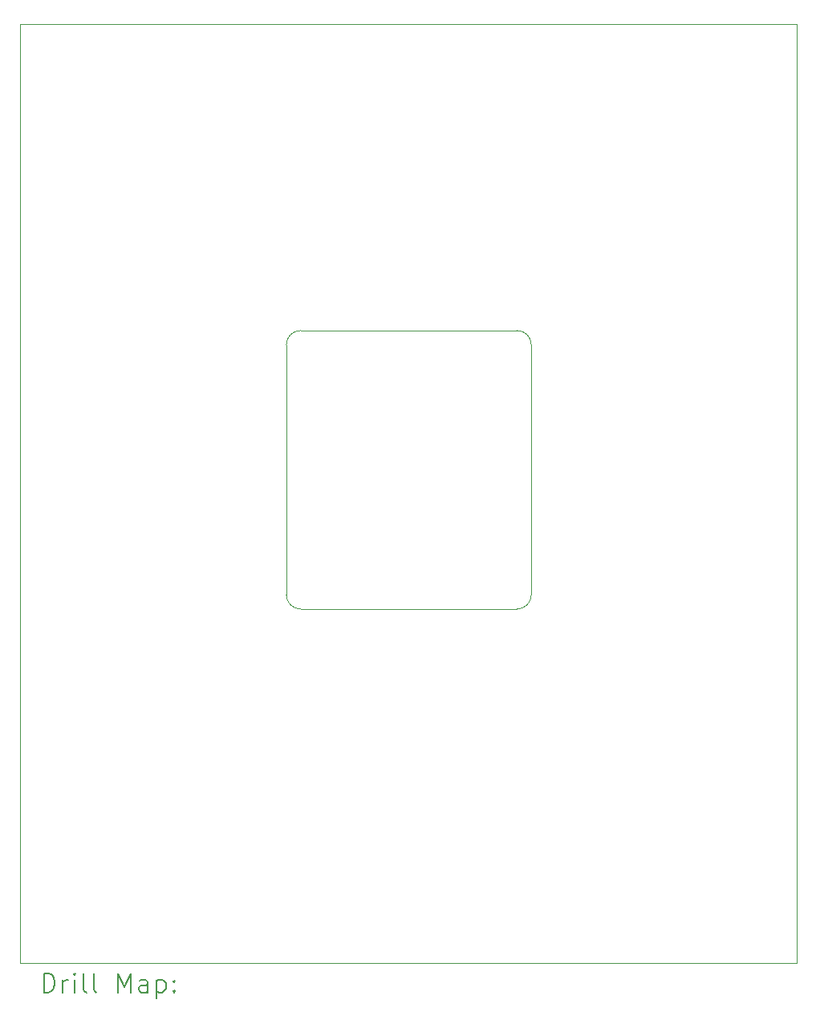
<source format=gbr>
%FSLAX45Y45*%
G04 Gerber Fmt 4.5, Leading zero omitted, Abs format (unit mm)*
G04 Created by KiCad (PCBNEW (6.0.5)) date 2022-08-19 15:51:07*
%MOMM*%
%LPD*%
G01*
G04 APERTURE LIST*
%TA.AperFunction,Profile*%
%ADD10C,0.100000*%
%TD*%
%TA.AperFunction,Profile*%
%ADD11C,0.050000*%
%TD*%
%ADD12C,0.200000*%
G04 APERTURE END LIST*
D10*
X13093400Y-7480000D02*
G75*
G03*
X12943400Y-7630000I0J-150000D01*
G01*
D11*
X10129200Y-14149800D02*
X16589200Y-14149800D01*
D10*
X12943400Y-10269000D02*
G75*
G03*
X13093400Y-10419000I150000J0D01*
G01*
D11*
X18329200Y-4249800D02*
X10129200Y-4249800D01*
D10*
X15377400Y-10419000D02*
X13093400Y-10419000D01*
X15527400Y-7630000D02*
G75*
G03*
X15377400Y-7480000I-149990J10D01*
G01*
D11*
X18329200Y-14149800D02*
X18329200Y-4249800D01*
D10*
X13093400Y-7480000D02*
X15377400Y-7480000D01*
D11*
X10129600Y-5070800D02*
X10129200Y-4249800D01*
X10129600Y-12107800D02*
X10129600Y-5070800D01*
D10*
X12943400Y-10269000D02*
X12943400Y-7630000D01*
D11*
X16589200Y-14149800D02*
X18329200Y-14149800D01*
D10*
X15527400Y-7630000D02*
X15527400Y-10269000D01*
D11*
X10129200Y-14149800D02*
X10129600Y-12107800D01*
D10*
X15377400Y-10419000D02*
G75*
G03*
X15527400Y-10269000I0J150000D01*
G01*
D12*
X10384319Y-14462776D02*
X10384319Y-14262776D01*
X10431938Y-14262776D01*
X10460510Y-14272300D01*
X10479557Y-14291347D01*
X10489081Y-14310395D01*
X10498605Y-14348490D01*
X10498605Y-14377062D01*
X10489081Y-14415157D01*
X10479557Y-14434204D01*
X10460510Y-14453252D01*
X10431938Y-14462776D01*
X10384319Y-14462776D01*
X10584319Y-14462776D02*
X10584319Y-14329442D01*
X10584319Y-14367538D02*
X10593843Y-14348490D01*
X10603367Y-14338966D01*
X10622414Y-14329442D01*
X10641462Y-14329442D01*
X10708129Y-14462776D02*
X10708129Y-14329442D01*
X10708129Y-14262776D02*
X10698605Y-14272300D01*
X10708129Y-14281823D01*
X10717652Y-14272300D01*
X10708129Y-14262776D01*
X10708129Y-14281823D01*
X10831938Y-14462776D02*
X10812890Y-14453252D01*
X10803367Y-14434204D01*
X10803367Y-14262776D01*
X10936700Y-14462776D02*
X10917652Y-14453252D01*
X10908129Y-14434204D01*
X10908129Y-14262776D01*
X11165271Y-14462776D02*
X11165271Y-14262776D01*
X11231938Y-14405633D01*
X11298605Y-14262776D01*
X11298605Y-14462776D01*
X11479557Y-14462776D02*
X11479557Y-14358014D01*
X11470033Y-14338966D01*
X11450986Y-14329442D01*
X11412890Y-14329442D01*
X11393843Y-14338966D01*
X11479557Y-14453252D02*
X11460509Y-14462776D01*
X11412890Y-14462776D01*
X11393843Y-14453252D01*
X11384319Y-14434204D01*
X11384319Y-14415157D01*
X11393843Y-14396109D01*
X11412890Y-14386585D01*
X11460509Y-14386585D01*
X11479557Y-14377062D01*
X11574795Y-14329442D02*
X11574795Y-14529442D01*
X11574795Y-14338966D02*
X11593843Y-14329442D01*
X11631938Y-14329442D01*
X11650986Y-14338966D01*
X11660509Y-14348490D01*
X11670033Y-14367538D01*
X11670033Y-14424681D01*
X11660509Y-14443728D01*
X11650986Y-14453252D01*
X11631938Y-14462776D01*
X11593843Y-14462776D01*
X11574795Y-14453252D01*
X11755748Y-14443728D02*
X11765271Y-14453252D01*
X11755748Y-14462776D01*
X11746224Y-14453252D01*
X11755748Y-14443728D01*
X11755748Y-14462776D01*
X11755748Y-14338966D02*
X11765271Y-14348490D01*
X11755748Y-14358014D01*
X11746224Y-14348490D01*
X11755748Y-14338966D01*
X11755748Y-14358014D01*
M02*

</source>
